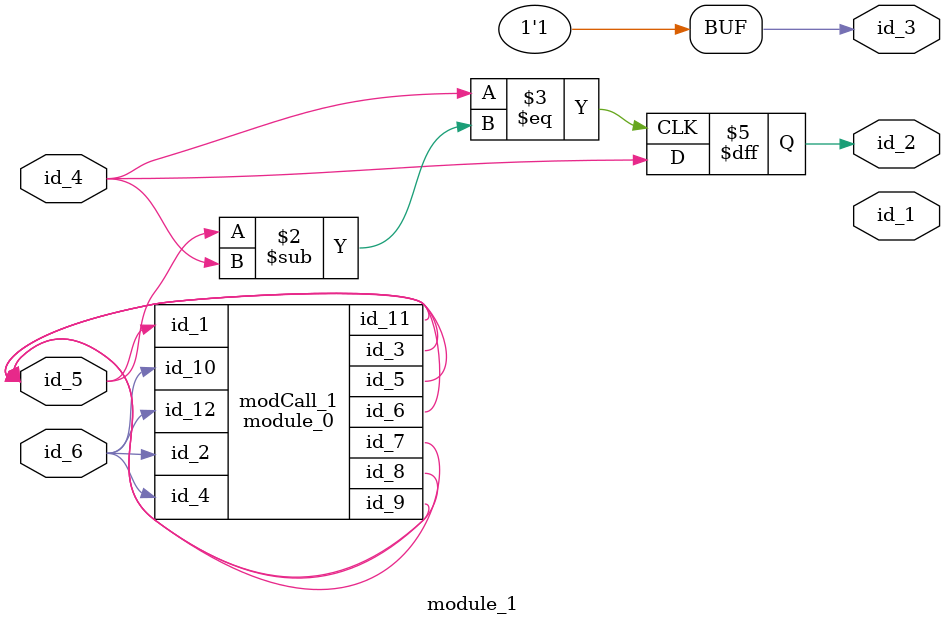
<source format=v>
module module_0 (
    id_1,
    id_2,
    id_3,
    id_4,
    id_5,
    id_6,
    id_7,
    id_8,
    id_9,
    id_10,
    id_11,
    id_12
);
  input wire id_12;
  output wire id_11;
  input wire id_10;
  inout wire id_9;
  inout wire id_8;
  inout wire id_7;
  inout wire id_6;
  inout wire id_5;
  input wire id_4;
  inout wire id_3;
  input wire id_2;
  input wire id_1;
  wire id_13;
  assign id_7 = id_12 / -"";
  wire id_14;
  assign module_1.id_2 = 0;
endmodule
module module_1 (
    id_1,
    id_2,
    id_3,
    id_4,
    id_5,
    id_6
);
  input wire id_6;
  inout wire id_5;
  inout wire id_4;
  output wire id_3;
  output wire id_2;
  output wire id_1;
  assign id_3 = 1;
  module_0 modCall_1 (
      id_5,
      id_6,
      id_5,
      id_6,
      id_5,
      id_5,
      id_5,
      id_5,
      id_5,
      id_6,
      id_5,
      id_6
  );
  always @(posedge id_4 == id_5 - id_4) id_2 <= id_4;
  wire id_7;
endmodule

</source>
